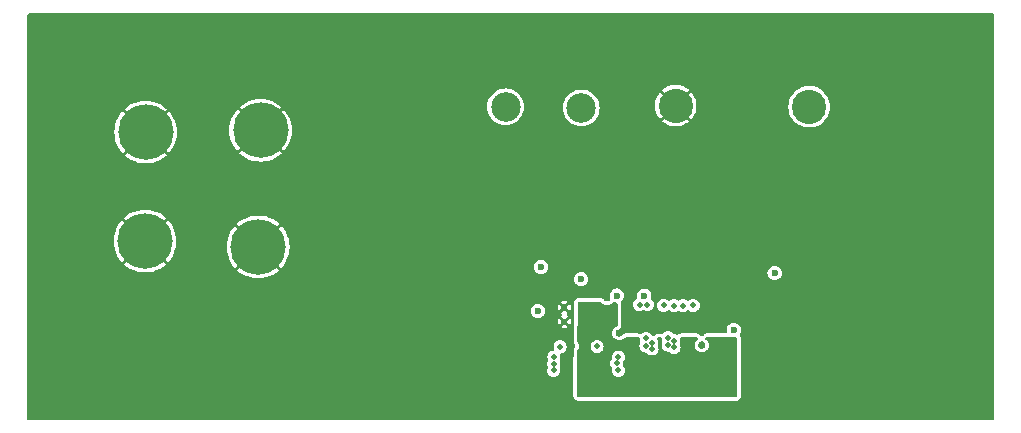
<source format=gbr>
%TF.GenerationSoftware,KiCad,Pcbnew,8.0.5*%
%TF.CreationDate,2024-10-10T12:36:06+02:00*%
%TF.ProjectId,MosTest_GanFet,4d6f7354-6573-4745-9f47-616e4665742e,rev?*%
%TF.SameCoordinates,Original*%
%TF.FileFunction,Copper,L2,Inr*%
%TF.FilePolarity,Positive*%
%FSLAX46Y46*%
G04 Gerber Fmt 4.6, Leading zero omitted, Abs format (unit mm)*
G04 Created by KiCad (PCBNEW 8.0.5) date 2024-10-10 12:36:06*
%MOMM*%
%LPD*%
G01*
G04 APERTURE LIST*
%TA.AperFunction,ComponentPad*%
%ADD10C,2.500000*%
%TD*%
%TA.AperFunction,ComponentPad*%
%ADD11C,2.900000*%
%TD*%
%TA.AperFunction,ComponentPad*%
%ADD12C,4.700000*%
%TD*%
%TA.AperFunction,ComponentPad*%
%ADD13C,0.500000*%
%TD*%
%TA.AperFunction,ViaPad*%
%ADD14C,0.600000*%
%TD*%
%TA.AperFunction,ViaPad*%
%ADD15C,0.500000*%
%TD*%
%TA.AperFunction,ViaPad*%
%ADD16C,1.000000*%
%TD*%
%TA.AperFunction,ViaPad*%
%ADD17C,2.000000*%
%TD*%
G04 APERTURE END LIST*
D10*
%TO.N,/EN1*%
%TO.C,EN1*%
X119000000Y-24400000D03*
%TD*%
D11*
%TO.N,GND*%
%TO.C,GND1*%
X133400000Y-24300000D03*
%TD*%
D12*
%TO.N,GND*%
%TO.C,H5*%
X88525000Y-26550000D03*
%TD*%
D11*
%TO.N,/VDD30*%
%TO.C,VDD30*%
X144700000Y-24400000D03*
%TD*%
D12*
%TO.N,GND*%
%TO.C,H6*%
X88470000Y-35780000D03*
%TD*%
%TO.N,GND*%
%TO.C,H8*%
X98250000Y-26400000D03*
%TD*%
D13*
%TO.N,GND*%
%TO.C,U1*%
X123962500Y-41400000D03*
X123962500Y-42600000D03*
%TO.N,/HS1*%
X125687500Y-41400000D03*
X125687500Y-42600000D03*
%TD*%
D12*
%TO.N,GND*%
%TO.C,H7*%
X98050000Y-36270000D03*
%TD*%
D10*
%TO.N,/VDD10*%
%TO.C,VDD10*%
X125400000Y-24500000D03*
%TD*%
D14*
%TO.N,GND*%
X140275000Y-37100000D03*
X132630000Y-36700000D03*
D15*
X121060000Y-45590000D03*
X121060000Y-46680000D03*
D14*
X120500000Y-40500000D03*
X126882804Y-38372438D03*
X143275000Y-37100000D03*
X130620000Y-38270000D03*
X123700000Y-38800000D03*
D15*
X121010000Y-47220000D03*
D16*
X146445000Y-32950000D03*
D14*
X132970000Y-38490000D03*
X117200000Y-42500000D03*
X139860000Y-41820000D03*
D15*
X121040000Y-46150000D03*
D16*
X147545000Y-34150000D03*
D14*
X123500000Y-35800000D03*
D15*
X121570000Y-47180000D03*
D14*
X120290000Y-39670000D03*
D15*
X122080000Y-47180000D03*
D16*
X145145000Y-34150000D03*
D14*
X127590000Y-40580000D03*
X117100000Y-44000000D03*
D16*
X150145000Y-34150000D03*
X152545000Y-34150000D03*
D14*
X120100000Y-42500000D03*
X135600000Y-44600000D03*
X124400000Y-38900000D03*
X124590000Y-44690000D03*
X134600000Y-36655000D03*
X130600000Y-36655000D03*
D16*
X151445000Y-32950000D03*
D14*
X128630000Y-43570000D03*
X136830000Y-41850000D03*
D15*
%TO.N,/Q2D*%
X123070000Y-46160000D03*
X123074000Y-46716000D03*
X123088000Y-45603000D03*
D14*
%TO.N,/BST1*%
X128410000Y-40390000D03*
X130745376Y-40400000D03*
%TO.N,/HS1*%
X125462500Y-44500000D03*
D17*
X137500000Y-45255000D03*
D15*
X127140000Y-46780000D03*
X127950000Y-47240000D03*
X127140000Y-46180000D03*
X125990000Y-45660000D03*
X127140000Y-45600000D03*
X125990000Y-46670000D03*
X125990000Y-46160000D03*
X126850000Y-47340000D03*
X127420000Y-47220000D03*
%TO.N,/VDD30*%
X130340000Y-41170000D03*
X131370000Y-44380000D03*
X133260000Y-41240000D03*
X128550000Y-46730000D03*
X133260000Y-44770000D03*
X133230000Y-44200000D03*
X128540000Y-45590000D03*
X132760000Y-44584000D03*
X132390000Y-41210000D03*
X134030000Y-41240000D03*
X131010000Y-41160000D03*
X134880000Y-41210000D03*
X131390000Y-44910000D03*
X128410000Y-46120000D03*
X130894000Y-44006000D03*
X132757000Y-43962000D03*
X130881000Y-44660000D03*
D14*
%TO.N,/VDD10*%
X121717477Y-41697053D03*
X125400000Y-39000000D03*
%TO.N,/PWM1*%
X122000000Y-37975000D03*
D15*
%TO.N,/LO1*%
X123614239Y-44730662D03*
D14*
%TO.N,/RL1*%
X141775000Y-38500000D03*
%TO.N,/Pre_Filter1*%
X138310000Y-43300000D03*
D15*
%TO.N,/HO1*%
X126750000Y-44700000D03*
%TD*%
%TA.AperFunction,Conductor*%
%TO.N,GND*%
G36*
X135684678Y-44261477D02*
G01*
X135699758Y-44278576D01*
X135717245Y-44302525D01*
X135717247Y-44302528D01*
X135777998Y-44364742D01*
X135777997Y-44364742D01*
X135797444Y-44379664D01*
X135820332Y-44402552D01*
X135847743Y-44438274D01*
X135863927Y-44466303D01*
X135881159Y-44507904D01*
X135889537Y-44539173D01*
X135895414Y-44583818D01*
X135895414Y-44616188D01*
X135889537Y-44660825D01*
X135881159Y-44692091D01*
X135863930Y-44733686D01*
X135847744Y-44761722D01*
X135820332Y-44797445D01*
X135797445Y-44820332D01*
X135761722Y-44847744D01*
X135733686Y-44863930D01*
X135692091Y-44881159D01*
X135660830Y-44889536D01*
X135631179Y-44893441D01*
X135631173Y-44893442D01*
X135616186Y-44895415D01*
X135583814Y-44895415D01*
X135539172Y-44889537D01*
X135507907Y-44881159D01*
X135466312Y-44863930D01*
X135438277Y-44847744D01*
X135402551Y-44820330D01*
X135379663Y-44797442D01*
X135352256Y-44761725D01*
X135336070Y-44733690D01*
X135318839Y-44692090D01*
X135310461Y-44660823D01*
X135304584Y-44616177D01*
X135304584Y-44583818D01*
X135310461Y-44539168D01*
X135318837Y-44507910D01*
X135336069Y-44466307D01*
X135352257Y-44438272D01*
X135364541Y-44422265D01*
X135364543Y-44422262D01*
X135379663Y-44402555D01*
X135402558Y-44379662D01*
X135421997Y-44364747D01*
X135445518Y-44344730D01*
X135463745Y-44327557D01*
X135467531Y-44323929D01*
X135498205Y-44280337D01*
X135552881Y-44236842D01*
X135622396Y-44229810D01*
X135684678Y-44261477D01*
G37*
%TD.AperFunction*%
%TA.AperFunction,Conductor*%
G36*
X160297539Y-16520185D02*
G01*
X160343294Y-16572989D01*
X160354500Y-16624500D01*
X160354500Y-50779500D01*
X160334815Y-50846539D01*
X160282011Y-50892294D01*
X160230500Y-50903500D01*
X78624500Y-50903500D01*
X78557461Y-50883815D01*
X78511706Y-50831011D01*
X78500500Y-50779500D01*
X78500500Y-46159999D01*
X122514750Y-46159999D01*
X122514750Y-46160000D01*
X122533669Y-46303706D01*
X122571639Y-46395375D01*
X122579107Y-46464845D01*
X122571639Y-46490278D01*
X122537670Y-46572289D01*
X122518750Y-46715999D01*
X122518750Y-46716000D01*
X122537670Y-46859708D01*
X122537671Y-46859712D01*
X122593137Y-46993622D01*
X122593138Y-46993624D01*
X122593139Y-46993625D01*
X122681379Y-47108621D01*
X122796375Y-47196861D01*
X122930291Y-47252330D01*
X123057280Y-47269048D01*
X123073999Y-47271250D01*
X123074000Y-47271250D01*
X123074001Y-47271250D01*
X123088977Y-47269278D01*
X123148824Y-47261399D01*
X124733838Y-47261399D01*
X124734640Y-48876214D01*
X124741638Y-48941078D01*
X124752844Y-48992527D01*
X124763342Y-49029109D01*
X124763787Y-49030661D01*
X124820463Y-49127567D01*
X124820465Y-49127571D01*
X124866221Y-49180376D01*
X124866231Y-49180387D01*
X124910947Y-49222548D01*
X124910949Y-49222549D01*
X124910953Y-49222553D01*
X125011029Y-49273439D01*
X125078068Y-49293124D01*
X125164140Y-49305500D01*
X125164143Y-49305500D01*
X138475990Y-49305500D01*
X138476000Y-49305500D01*
X138540941Y-49298518D01*
X138592452Y-49287312D01*
X138630658Y-49276354D01*
X138727571Y-49219675D01*
X138780375Y-49173920D01*
X138780382Y-49173912D01*
X138780387Y-49173908D01*
X138822548Y-49129192D01*
X138822553Y-49129187D01*
X138873439Y-49029111D01*
X138893124Y-48962072D01*
X138905500Y-48876000D01*
X138905500Y-44024000D01*
X138898518Y-43959059D01*
X138887312Y-43907548D01*
X138876354Y-43869342D01*
X138819675Y-43772429D01*
X138819665Y-43772418D01*
X138817572Y-43769495D01*
X138816998Y-43767852D01*
X138816781Y-43767481D01*
X138816853Y-43767438D01*
X138794529Y-43703534D01*
X138810805Y-43635587D01*
X138819989Y-43621797D01*
X138834536Y-43602841D01*
X138895044Y-43456762D01*
X138915682Y-43300000D01*
X138907084Y-43234695D01*
X138895171Y-43144203D01*
X138895044Y-43143238D01*
X138834536Y-42997159D01*
X138738282Y-42871718D01*
X138612841Y-42775464D01*
X138466762Y-42714956D01*
X138466760Y-42714955D01*
X138310001Y-42694318D01*
X138309999Y-42694318D01*
X138153239Y-42714955D01*
X138153237Y-42714956D01*
X138007160Y-42775463D01*
X137881718Y-42871718D01*
X137785463Y-42997160D01*
X137724956Y-43143237D01*
X137724955Y-43143239D01*
X137704318Y-43299998D01*
X137704318Y-43300001D01*
X137724634Y-43454315D01*
X137713868Y-43523350D01*
X137667489Y-43575606D01*
X137601695Y-43594500D01*
X136039431Y-43594500D01*
X136008615Y-43596061D01*
X136008611Y-43596061D01*
X135983702Y-43598589D01*
X135978497Y-43599162D01*
X135871343Y-43632673D01*
X135871336Y-43632676D01*
X135809626Y-43665424D01*
X135809615Y-43665430D01*
X135758491Y-43699566D01*
X135758486Y-43699570D01*
X135696039Y-43774238D01*
X135637931Y-43813034D01*
X135568072Y-43814256D01*
X135508642Y-43777515D01*
X135507207Y-43775888D01*
X135504213Y-43772433D01*
X135504211Y-43772429D01*
X135458456Y-43719625D01*
X135458452Y-43719621D01*
X135458444Y-43719612D01*
X135413728Y-43677451D01*
X135413725Y-43677449D01*
X135413723Y-43677447D01*
X135313647Y-43626561D01*
X135313646Y-43626560D01*
X135313645Y-43626560D01*
X135246614Y-43606877D01*
X135246608Y-43606876D01*
X135160536Y-43594500D01*
X133886052Y-43594500D01*
X133886049Y-43594500D01*
X133867897Y-43595040D01*
X133853186Y-43595915D01*
X133751092Y-43620035D01*
X133751086Y-43620037D01*
X133686864Y-43647534D01*
X133686859Y-43647537D01*
X133633064Y-43677299D01*
X133625867Y-43684577D01*
X133564729Y-43718400D01*
X133495011Y-43713800D01*
X133490251Y-43711942D01*
X133373712Y-43663671D01*
X133373710Y-43663670D01*
X133373709Y-43663670D01*
X133332526Y-43658248D01*
X133255844Y-43648152D01*
X133191947Y-43619885D01*
X133173654Y-43600699D01*
X133162515Y-43586183D01*
X133149621Y-43569379D01*
X133034625Y-43481139D01*
X133034624Y-43481138D01*
X133034622Y-43481137D01*
X132900712Y-43425671D01*
X132900710Y-43425670D01*
X132900709Y-43425670D01*
X132768599Y-43408277D01*
X132757001Y-43406750D01*
X132756999Y-43406750D01*
X132613291Y-43425670D01*
X132613287Y-43425671D01*
X132479377Y-43481137D01*
X132364375Y-43569382D01*
X132357068Y-43578905D01*
X132300638Y-43620106D01*
X132230892Y-43624258D01*
X132223760Y-43622392D01*
X132170923Y-43606877D01*
X132148680Y-43603678D01*
X132084843Y-43594500D01*
X131947020Y-43594500D01*
X131947017Y-43594500D01*
X131947005Y-43594501D01*
X131869706Y-43604445D01*
X131869701Y-43604446D01*
X131808993Y-43620327D01*
X131808976Y-43620332D01*
X131759585Y-43637903D01*
X131667725Y-43702447D01*
X131618910Y-43752439D01*
X131618906Y-43752443D01*
X131595960Y-43781247D01*
X131538792Y-43821416D01*
X131468981Y-43824301D01*
X131408694Y-43788986D01*
X131384413Y-43751435D01*
X131374862Y-43728378D01*
X131374861Y-43728375D01*
X131286621Y-43613379D01*
X131171625Y-43525139D01*
X131171624Y-43525138D01*
X131171622Y-43525137D01*
X131037712Y-43469671D01*
X131037710Y-43469670D01*
X131037709Y-43469670D01*
X130939650Y-43456760D01*
X130894001Y-43450750D01*
X130893999Y-43450750D01*
X130750291Y-43469670D01*
X130750287Y-43469671D01*
X130616376Y-43525138D01*
X130616374Y-43525139D01*
X130500363Y-43614158D01*
X130435194Y-43639352D01*
X130374933Y-43627542D01*
X130374484Y-43628675D01*
X130369160Y-43626560D01*
X130302128Y-43606877D01*
X130302122Y-43606876D01*
X130216050Y-43594500D01*
X129194846Y-43594500D01*
X129152527Y-43598160D01*
X129142379Y-43599038D01*
X129100463Y-43606344D01*
X129100448Y-43606347D01*
X129100444Y-43606348D01*
X129098043Y-43606877D01*
X129074033Y-43612166D01*
X128972745Y-43660581D01*
X128916319Y-43701782D01*
X128916314Y-43701786D01*
X128854101Y-43762536D01*
X128854098Y-43762540D01*
X128850340Y-43767438D01*
X128850328Y-43767453D01*
X128827445Y-43790333D01*
X128791724Y-43817743D01*
X128763688Y-43833930D01*
X128722092Y-43851159D01*
X128690827Y-43859536D01*
X128646180Y-43865414D01*
X128613810Y-43865414D01*
X128578639Y-43860784D01*
X128578635Y-43860782D01*
X128578627Y-43860783D01*
X128578619Y-43860782D01*
X128577816Y-43860676D01*
X128569162Y-43859536D01*
X128537907Y-43851159D01*
X128496312Y-43833930D01*
X128468276Y-43817744D01*
X128432553Y-43790332D01*
X128409667Y-43767446D01*
X128382255Y-43731724D01*
X128366069Y-43703689D01*
X128350221Y-43665427D01*
X128348838Y-43662088D01*
X128340461Y-43630823D01*
X128339351Y-43622392D01*
X128334584Y-43586178D01*
X128334584Y-43553818D01*
X128340461Y-43509168D01*
X128348838Y-43477908D01*
X128366069Y-43436307D01*
X128382253Y-43408277D01*
X128409666Y-43372552D01*
X128432550Y-43349667D01*
X128468280Y-43322251D01*
X128496303Y-43306072D01*
X128540365Y-43287822D01*
X128545444Y-43285664D01*
X128549501Y-43283897D01*
X128627571Y-43234691D01*
X128680375Y-43188936D01*
X128680382Y-43188928D01*
X128680387Y-43188924D01*
X128722548Y-43144208D01*
X128722553Y-43144203D01*
X128773439Y-43044127D01*
X128793124Y-42977088D01*
X128805500Y-42891016D01*
X128805500Y-41170000D01*
X129784750Y-41170000D01*
X129802353Y-41303709D01*
X129803670Y-41313708D01*
X129803671Y-41313712D01*
X129859137Y-41447622D01*
X129859138Y-41447624D01*
X129859139Y-41447625D01*
X129947379Y-41562621D01*
X130062375Y-41650861D01*
X130062376Y-41650861D01*
X130062377Y-41650862D01*
X130107013Y-41669350D01*
X130196291Y-41706330D01*
X130323280Y-41723048D01*
X130339999Y-41725250D01*
X130340000Y-41725250D01*
X130340001Y-41725250D01*
X130354977Y-41723278D01*
X130483709Y-41706330D01*
X130617625Y-41650861D01*
X130617632Y-41650855D01*
X130622677Y-41647943D01*
X130690576Y-41631464D01*
X130732139Y-41640763D01*
X130732374Y-41640860D01*
X130732375Y-41640861D01*
X130866291Y-41696330D01*
X130993280Y-41713048D01*
X131009999Y-41715250D01*
X131010000Y-41715250D01*
X131010001Y-41715250D01*
X131024977Y-41713278D01*
X131153709Y-41696330D01*
X131287625Y-41640861D01*
X131402621Y-41552621D01*
X131490861Y-41437625D01*
X131546330Y-41303709D01*
X131558667Y-41210000D01*
X131834750Y-41210000D01*
X131842487Y-41268771D01*
X131853670Y-41353708D01*
X131853671Y-41353712D01*
X131909137Y-41487622D01*
X131909138Y-41487624D01*
X131909139Y-41487625D01*
X131997379Y-41602621D01*
X132112375Y-41690861D01*
X132112376Y-41690861D01*
X132112377Y-41690862D01*
X132125728Y-41696392D01*
X132246291Y-41746330D01*
X132373280Y-41763048D01*
X132389999Y-41765250D01*
X132390000Y-41765250D01*
X132390001Y-41765250D01*
X132404977Y-41763278D01*
X132533709Y-41746330D01*
X132667625Y-41690861D01*
X132729964Y-41643025D01*
X132795133Y-41617831D01*
X132863578Y-41631869D01*
X132880937Y-41643025D01*
X132943277Y-41690860D01*
X132982375Y-41720861D01*
X133116291Y-41776330D01*
X133243280Y-41793048D01*
X133259999Y-41795250D01*
X133260000Y-41795250D01*
X133260001Y-41795250D01*
X133274977Y-41793278D01*
X133403709Y-41776330D01*
X133537625Y-41720861D01*
X133569514Y-41696391D01*
X133634681Y-41671197D01*
X133703126Y-41685235D01*
X133720481Y-41696387D01*
X133752375Y-41720861D01*
X133886291Y-41776330D01*
X134013280Y-41793048D01*
X134029999Y-41795250D01*
X134030000Y-41795250D01*
X134030001Y-41795250D01*
X134044977Y-41793278D01*
X134173709Y-41776330D01*
X134307625Y-41720861D01*
X134399061Y-41650698D01*
X134464230Y-41625504D01*
X134532675Y-41639542D01*
X134550027Y-41650693D01*
X134602375Y-41690861D01*
X134602376Y-41690861D01*
X134602377Y-41690862D01*
X134615728Y-41696392D01*
X134736291Y-41746330D01*
X134863280Y-41763048D01*
X134879999Y-41765250D01*
X134880000Y-41765250D01*
X134880001Y-41765250D01*
X134894977Y-41763278D01*
X135023709Y-41746330D01*
X135157625Y-41690861D01*
X135272621Y-41602621D01*
X135360861Y-41487625D01*
X135416330Y-41353709D01*
X135435250Y-41210000D01*
X135416330Y-41066291D01*
X135379350Y-40977013D01*
X135360862Y-40932377D01*
X135360861Y-40932376D01*
X135360861Y-40932375D01*
X135272621Y-40817379D01*
X135157625Y-40729139D01*
X135157624Y-40729138D01*
X135157622Y-40729137D01*
X135023712Y-40673671D01*
X135023710Y-40673670D01*
X135023709Y-40673670D01*
X134951854Y-40664210D01*
X134880001Y-40654750D01*
X134879999Y-40654750D01*
X134736291Y-40673670D01*
X134736287Y-40673671D01*
X134602376Y-40729138D01*
X134602374Y-40729139D01*
X134510937Y-40799301D01*
X134445768Y-40824495D01*
X134377323Y-40810456D01*
X134359969Y-40799304D01*
X134307625Y-40759139D01*
X134307624Y-40759138D01*
X134307622Y-40759137D01*
X134173712Y-40703671D01*
X134173710Y-40703670D01*
X134173709Y-40703670D01*
X134091441Y-40692839D01*
X134030001Y-40684750D01*
X134029999Y-40684750D01*
X133886291Y-40703670D01*
X133886287Y-40703671D01*
X133752376Y-40759138D01*
X133752374Y-40759139D01*
X133720486Y-40783608D01*
X133655317Y-40808802D01*
X133586872Y-40794763D01*
X133569514Y-40783608D01*
X133537625Y-40759139D01*
X133537623Y-40759138D01*
X133403712Y-40703671D01*
X133403710Y-40703670D01*
X133403709Y-40703670D01*
X133321441Y-40692839D01*
X133260001Y-40684750D01*
X133259999Y-40684750D01*
X133116291Y-40703670D01*
X133116287Y-40703671D01*
X132982376Y-40759138D01*
X132982374Y-40759139D01*
X132920034Y-40806974D01*
X132854864Y-40832168D01*
X132786420Y-40818129D01*
X132769062Y-40806974D01*
X132667625Y-40729139D01*
X132667623Y-40729138D01*
X132533712Y-40673671D01*
X132533710Y-40673670D01*
X132533709Y-40673670D01*
X132461854Y-40664210D01*
X132390001Y-40654750D01*
X132389999Y-40654750D01*
X132246291Y-40673670D01*
X132246287Y-40673671D01*
X132112377Y-40729137D01*
X131997379Y-40817379D01*
X131909137Y-40932377D01*
X131853671Y-41066287D01*
X131853670Y-41066291D01*
X131848211Y-41107759D01*
X131834750Y-41210000D01*
X131558667Y-41210000D01*
X131565250Y-41160000D01*
X131546330Y-41016291D01*
X131490861Y-40882375D01*
X131402621Y-40767379D01*
X131357117Y-40732462D01*
X131315917Y-40676037D01*
X131311762Y-40606291D01*
X131318046Y-40586634D01*
X131330420Y-40556762D01*
X131351058Y-40400000D01*
X131349741Y-40390000D01*
X131330420Y-40243239D01*
X131330420Y-40243238D01*
X131269912Y-40097159D01*
X131173658Y-39971718D01*
X131048217Y-39875464D01*
X131024072Y-39865463D01*
X130902138Y-39814956D01*
X130902136Y-39814955D01*
X130745377Y-39794318D01*
X130745375Y-39794318D01*
X130588615Y-39814955D01*
X130588613Y-39814956D01*
X130442536Y-39875463D01*
X130317094Y-39971718D01*
X130220839Y-40097160D01*
X130160332Y-40243237D01*
X130160331Y-40243239D01*
X130139694Y-40399998D01*
X130139694Y-40400001D01*
X130159373Y-40549482D01*
X130148607Y-40618517D01*
X130102227Y-40670773D01*
X130083889Y-40680227D01*
X130062377Y-40689137D01*
X129947379Y-40777379D01*
X129859137Y-40892377D01*
X129803671Y-41026287D01*
X129803670Y-41026291D01*
X129786067Y-41160000D01*
X129784750Y-41170000D01*
X128805500Y-41170000D01*
X128805500Y-41116275D01*
X128805182Y-41112009D01*
X128804075Y-41097150D01*
X128802127Y-41071000D01*
X128802123Y-41070972D01*
X128796682Y-41034662D01*
X128793116Y-41015191D01*
X128793115Y-41015190D01*
X128778624Y-40980754D01*
X128770764Y-40911328D01*
X128801687Y-40848674D01*
X128817427Y-40834284D01*
X128838282Y-40818282D01*
X128934536Y-40692841D01*
X128995044Y-40546762D01*
X129014365Y-40400001D01*
X129015682Y-40390001D01*
X129015682Y-40389998D01*
X128996361Y-40243239D01*
X128995044Y-40233238D01*
X128934536Y-40087159D01*
X128838282Y-39961718D01*
X128712841Y-39865464D01*
X128566762Y-39804956D01*
X128566760Y-39804955D01*
X128410001Y-39784318D01*
X128409999Y-39784318D01*
X128253239Y-39804955D01*
X128253237Y-39804956D01*
X128107160Y-39865463D01*
X127981718Y-39961718D01*
X127885463Y-40087160D01*
X127824956Y-40233237D01*
X127824955Y-40233239D01*
X127804318Y-40389998D01*
X127804318Y-40390001D01*
X127824955Y-40546760D01*
X127824957Y-40546765D01*
X127858235Y-40627106D01*
X127865704Y-40696575D01*
X127834429Y-40759054D01*
X127830307Y-40763275D01*
X127815661Y-40777577D01*
X127804514Y-40787236D01*
X127751723Y-40827744D01*
X127723688Y-40843930D01*
X127682092Y-40861159D01*
X127650827Y-40869536D01*
X127606182Y-40875414D01*
X127573810Y-40875414D01*
X127529173Y-40869537D01*
X127497906Y-40861159D01*
X127456309Y-40843929D01*
X127428276Y-40827744D01*
X127392554Y-40800334D01*
X127369663Y-40777443D01*
X127358229Y-40762541D01*
X127322694Y-40723683D01*
X127291357Y-40694854D01*
X127288964Y-40692841D01*
X127270668Y-40677447D01*
X127270664Y-40677445D01*
X127170590Y-40626560D01*
X127103559Y-40606877D01*
X127103553Y-40606876D01*
X127017481Y-40594500D01*
X125222823Y-40594500D01*
X125176499Y-40599368D01*
X125159300Y-40601176D01*
X125108884Y-40611892D01*
X125108859Y-40611898D01*
X125071989Y-40622188D01*
X124974545Y-40677938D01*
X124974542Y-40677940D01*
X124974539Y-40677942D01*
X124957010Y-40692841D01*
X124921294Y-40723198D01*
X124878699Y-40767519D01*
X124826860Y-40867107D01*
X124806538Y-40933952D01*
X124793342Y-41019903D01*
X124793342Y-41019905D01*
X124787042Y-41680530D01*
X124762249Y-44280002D01*
X124762443Y-44294183D01*
X124762867Y-44305662D01*
X124783212Y-44404543D01*
X124808405Y-44469711D01*
X124841575Y-44528778D01*
X124848016Y-44542038D01*
X124862783Y-44577687D01*
X124871162Y-44608956D01*
X124877456Y-44656763D01*
X124879559Y-44664610D01*
X124877382Y-44665193D01*
X124884096Y-44716208D01*
X124879537Y-44750827D01*
X124871159Y-44782090D01*
X124853702Y-44824235D01*
X124838923Y-44850400D01*
X124836408Y-44853807D01*
X124831118Y-44861258D01*
X124787927Y-44949257D01*
X124787926Y-44949259D01*
X124767608Y-45016090D01*
X124767606Y-45016100D01*
X124754410Y-45102049D01*
X124744731Y-46117076D01*
X124744731Y-46117084D01*
X124744703Y-46120002D01*
X124734327Y-47207946D01*
X124734327Y-47207948D01*
X124733859Y-47256922D01*
X124733848Y-47258372D01*
X124733849Y-47258373D01*
X124733848Y-47258530D01*
X124733842Y-47259775D01*
X124733838Y-47261399D01*
X123148824Y-47261399D01*
X123217709Y-47252330D01*
X123351625Y-47196861D01*
X123466621Y-47108621D01*
X123554861Y-46993625D01*
X123610330Y-46859709D01*
X123629250Y-46716000D01*
X123610330Y-46572291D01*
X123572359Y-46480621D01*
X123564891Y-46411153D01*
X123572356Y-46385729D01*
X123606330Y-46303709D01*
X123625250Y-46160000D01*
X123606330Y-46016291D01*
X123579152Y-45950678D01*
X123571684Y-45881212D01*
X123579150Y-45855783D01*
X123624330Y-45746709D01*
X123643250Y-45603000D01*
X123624330Y-45459291D01*
X123617547Y-45442915D01*
X123610078Y-45373446D01*
X123641353Y-45310967D01*
X123701442Y-45275315D01*
X123715913Y-45272526D01*
X123757948Y-45266992D01*
X123891864Y-45211523D01*
X124006860Y-45123283D01*
X124095100Y-45008287D01*
X124150569Y-44874371D01*
X124169489Y-44730662D01*
X124150569Y-44586953D01*
X124102007Y-44469713D01*
X124095101Y-44453039D01*
X124095100Y-44453038D01*
X124095100Y-44453037D01*
X124006860Y-44338041D01*
X123891864Y-44249801D01*
X123891863Y-44249800D01*
X123891861Y-44249799D01*
X123757951Y-44194333D01*
X123757949Y-44194332D01*
X123757948Y-44194332D01*
X123686093Y-44184872D01*
X123614240Y-44175412D01*
X123614238Y-44175412D01*
X123470530Y-44194332D01*
X123470526Y-44194333D01*
X123336616Y-44249799D01*
X123221618Y-44338041D01*
X123133376Y-44453039D01*
X123077910Y-44586949D01*
X123077909Y-44586953D01*
X123058989Y-44730662D01*
X123076534Y-44863930D01*
X123077909Y-44874370D01*
X123077910Y-44874374D01*
X123084692Y-44890748D01*
X123092159Y-44960217D01*
X123060883Y-45022696D01*
X123000793Y-45058347D01*
X122986317Y-45061137D01*
X122944291Y-45066670D01*
X122944287Y-45066671D01*
X122810377Y-45122137D01*
X122695379Y-45210379D01*
X122607137Y-45325377D01*
X122551671Y-45459287D01*
X122551670Y-45459291D01*
X122532750Y-45602999D01*
X122532750Y-45603000D01*
X122551669Y-45746707D01*
X122578847Y-45812321D01*
X122586314Y-45881790D01*
X122578846Y-45907224D01*
X122533671Y-46016287D01*
X122533670Y-46016291D01*
X122514750Y-46159999D01*
X78500500Y-46159999D01*
X78500500Y-43069014D01*
X123670260Y-43069014D01*
X123670260Y-43069015D01*
X123685131Y-43080426D01*
X123818917Y-43135841D01*
X123818921Y-43135842D01*
X123962499Y-43154746D01*
X123962501Y-43154746D01*
X124106078Y-43135842D01*
X124106079Y-43135842D01*
X124239874Y-43080422D01*
X124239880Y-43080419D01*
X124254738Y-43069017D01*
X124254738Y-43069015D01*
X123962501Y-42776777D01*
X123962500Y-42776777D01*
X123670260Y-43069014D01*
X78500500Y-43069014D01*
X78500500Y-42599999D01*
X123407754Y-42599999D01*
X123407754Y-42600000D01*
X123426657Y-42743578D01*
X123426658Y-42743582D01*
X123482075Y-42877373D01*
X123493482Y-42892238D01*
X123493483Y-42892238D01*
X123785723Y-42600000D01*
X123760859Y-42575136D01*
X123837500Y-42575136D01*
X123837500Y-42624864D01*
X123856530Y-42670807D01*
X123891693Y-42705970D01*
X123937636Y-42725000D01*
X123987364Y-42725000D01*
X124033307Y-42705970D01*
X124068470Y-42670807D01*
X124087500Y-42624864D01*
X124087500Y-42599999D01*
X124139277Y-42599999D01*
X124139277Y-42600000D01*
X124431515Y-42892238D01*
X124431517Y-42892238D01*
X124442919Y-42877380D01*
X124442922Y-42877374D01*
X124498342Y-42743579D01*
X124498342Y-42743578D01*
X124517246Y-42600000D01*
X124517246Y-42599999D01*
X124498342Y-42456421D01*
X124498341Y-42456417D01*
X124442926Y-42322631D01*
X124442926Y-42322630D01*
X124431515Y-42307760D01*
X124431514Y-42307760D01*
X124139277Y-42599999D01*
X124087500Y-42599999D01*
X124087500Y-42575136D01*
X124068470Y-42529193D01*
X124033307Y-42494030D01*
X123987364Y-42475000D01*
X123937636Y-42475000D01*
X123891693Y-42494030D01*
X123856530Y-42529193D01*
X123837500Y-42575136D01*
X123760859Y-42575136D01*
X123493482Y-42307759D01*
X123482080Y-42322621D01*
X123482075Y-42322629D01*
X123426657Y-42456420D01*
X123426657Y-42456421D01*
X123407754Y-42599999D01*
X78500500Y-42599999D01*
X78500500Y-41697051D01*
X121111795Y-41697051D01*
X121111795Y-41697054D01*
X121132432Y-41853813D01*
X121132433Y-41853815D01*
X121192941Y-41999894D01*
X121289195Y-42125335D01*
X121414636Y-42221589D01*
X121560715Y-42282097D01*
X121639096Y-42292416D01*
X121717476Y-42302735D01*
X121717477Y-42302735D01*
X121717478Y-42302735D01*
X121769731Y-42295855D01*
X121874239Y-42282097D01*
X122020318Y-42221589D01*
X122138400Y-42130982D01*
X123670259Y-42130982D01*
X123962500Y-42423223D01*
X123962501Y-42423223D01*
X124254738Y-42130983D01*
X124254738Y-42130982D01*
X124239873Y-42119575D01*
X124227762Y-42114559D01*
X124173360Y-42070717D01*
X124151296Y-42004423D01*
X124168576Y-41936724D01*
X124219714Y-41889114D01*
X124227769Y-41885436D01*
X124239876Y-41880421D01*
X124239880Y-41880419D01*
X124254738Y-41869017D01*
X124254738Y-41869015D01*
X123962501Y-41576777D01*
X123962500Y-41576777D01*
X123670260Y-41869014D01*
X123670260Y-41869015D01*
X123685128Y-41880424D01*
X123697233Y-41885438D01*
X123751637Y-41929279D01*
X123773702Y-41995573D01*
X123756423Y-42063272D01*
X123705287Y-42110883D01*
X123697237Y-42114560D01*
X123685129Y-42119575D01*
X123685121Y-42119580D01*
X123670259Y-42130982D01*
X122138400Y-42130982D01*
X122145759Y-42125335D01*
X122242013Y-41999894D01*
X122302521Y-41853815D01*
X122323159Y-41697053D01*
X122317056Y-41650699D01*
X122305461Y-41562620D01*
X122302521Y-41540291D01*
X122244410Y-41399999D01*
X123407754Y-41399999D01*
X123407754Y-41400000D01*
X123426657Y-41543578D01*
X123426658Y-41543582D01*
X123482075Y-41677373D01*
X123493482Y-41692238D01*
X123493483Y-41692238D01*
X123785723Y-41400000D01*
X123760859Y-41375136D01*
X123837500Y-41375136D01*
X123837500Y-41424864D01*
X123856530Y-41470807D01*
X123891693Y-41505970D01*
X123937636Y-41525000D01*
X123987364Y-41525000D01*
X124033307Y-41505970D01*
X124068470Y-41470807D01*
X124087500Y-41424864D01*
X124087500Y-41399999D01*
X124139277Y-41399999D01*
X124139277Y-41400000D01*
X124431515Y-41692238D01*
X124431517Y-41692238D01*
X124442919Y-41677380D01*
X124442922Y-41677374D01*
X124498342Y-41543579D01*
X124498342Y-41543578D01*
X124517246Y-41400000D01*
X124517246Y-41399999D01*
X124498342Y-41256421D01*
X124498341Y-41256417D01*
X124442926Y-41122631D01*
X124442926Y-41122630D01*
X124431515Y-41107760D01*
X124431514Y-41107760D01*
X124139277Y-41399999D01*
X124087500Y-41399999D01*
X124087500Y-41375136D01*
X124068470Y-41329193D01*
X124033307Y-41294030D01*
X123987364Y-41275000D01*
X123937636Y-41275000D01*
X123891693Y-41294030D01*
X123856530Y-41329193D01*
X123837500Y-41375136D01*
X123760859Y-41375136D01*
X123493482Y-41107759D01*
X123482080Y-41122621D01*
X123482075Y-41122629D01*
X123426657Y-41256420D01*
X123426657Y-41256421D01*
X123407754Y-41399999D01*
X122244410Y-41399999D01*
X122242013Y-41394212D01*
X122145759Y-41268771D01*
X122020318Y-41172517D01*
X122014241Y-41170000D01*
X121874239Y-41112009D01*
X121874237Y-41112008D01*
X121717478Y-41091371D01*
X121717476Y-41091371D01*
X121560716Y-41112008D01*
X121560714Y-41112009D01*
X121414637Y-41172516D01*
X121289195Y-41268771D01*
X121192940Y-41394213D01*
X121132433Y-41540290D01*
X121132432Y-41540292D01*
X121111795Y-41697051D01*
X78500500Y-41697051D01*
X78500500Y-40930982D01*
X123670259Y-40930982D01*
X123962500Y-41223223D01*
X123962501Y-41223223D01*
X124254738Y-40930983D01*
X124254738Y-40930982D01*
X124239872Y-40919575D01*
X124239873Y-40919575D01*
X124106082Y-40864158D01*
X124106078Y-40864157D01*
X123962501Y-40845254D01*
X123962499Y-40845254D01*
X123818921Y-40864157D01*
X123818920Y-40864157D01*
X123685129Y-40919575D01*
X123685121Y-40919580D01*
X123670259Y-40930982D01*
X78500500Y-40930982D01*
X78500500Y-38999998D01*
X124794318Y-38999998D01*
X124794318Y-39000001D01*
X124814955Y-39156760D01*
X124814956Y-39156762D01*
X124875464Y-39302841D01*
X124971718Y-39428282D01*
X125097159Y-39524536D01*
X125243238Y-39585044D01*
X125321619Y-39595363D01*
X125399999Y-39605682D01*
X125400000Y-39605682D01*
X125400001Y-39605682D01*
X125452254Y-39598802D01*
X125556762Y-39585044D01*
X125702841Y-39524536D01*
X125828282Y-39428282D01*
X125924536Y-39302841D01*
X125985044Y-39156762D01*
X126005682Y-39000000D01*
X125995787Y-38924843D01*
X125985044Y-38843239D01*
X125985044Y-38843238D01*
X125924536Y-38697159D01*
X125828282Y-38571718D01*
X125734814Y-38499998D01*
X141169318Y-38499998D01*
X141169318Y-38500001D01*
X141189955Y-38656760D01*
X141189956Y-38656762D01*
X141250464Y-38802841D01*
X141346718Y-38928282D01*
X141472159Y-39024536D01*
X141618238Y-39085044D01*
X141696619Y-39095363D01*
X141774999Y-39105682D01*
X141775000Y-39105682D01*
X141775001Y-39105682D01*
X141827254Y-39098802D01*
X141931762Y-39085044D01*
X142077841Y-39024536D01*
X142203282Y-38928282D01*
X142299536Y-38802841D01*
X142360044Y-38656762D01*
X142380682Y-38500000D01*
X142360044Y-38343238D01*
X142299536Y-38197159D01*
X142203282Y-38071718D01*
X142077841Y-37975464D01*
X142076723Y-37975001D01*
X141931762Y-37914956D01*
X141931760Y-37914955D01*
X141775001Y-37894318D01*
X141774999Y-37894318D01*
X141618239Y-37914955D01*
X141618237Y-37914956D01*
X141472160Y-37975463D01*
X141346718Y-38071718D01*
X141250463Y-38197160D01*
X141189956Y-38343237D01*
X141189955Y-38343239D01*
X141169318Y-38499998D01*
X125734814Y-38499998D01*
X125702841Y-38475464D01*
X125604773Y-38434843D01*
X125556762Y-38414956D01*
X125556760Y-38414955D01*
X125400001Y-38394318D01*
X125399999Y-38394318D01*
X125243239Y-38414955D01*
X125243237Y-38414956D01*
X125097160Y-38475463D01*
X124971718Y-38571718D01*
X124875463Y-38697160D01*
X124814956Y-38843237D01*
X124814955Y-38843239D01*
X124794318Y-38999998D01*
X78500500Y-38999998D01*
X78500500Y-35780000D01*
X85815156Y-35780000D01*
X85834512Y-36100000D01*
X85892303Y-36415354D01*
X85987671Y-36721402D01*
X85987675Y-36721413D01*
X86119250Y-37013763D01*
X86119251Y-37013765D01*
X86285105Y-37288122D01*
X86482820Y-37540485D01*
X86507778Y-37565443D01*
X86861331Y-37211890D01*
X87038108Y-37388667D01*
X86684555Y-37742220D01*
X86684555Y-37742222D01*
X86709509Y-37767176D01*
X86961877Y-37964894D01*
X87236234Y-38130748D01*
X87236236Y-38130749D01*
X87528586Y-38262324D01*
X87528597Y-38262328D01*
X87834645Y-38357696D01*
X88149999Y-38415487D01*
X88470000Y-38434843D01*
X88790000Y-38415487D01*
X89105354Y-38357696D01*
X89411402Y-38262328D01*
X89411413Y-38262324D01*
X89703763Y-38130749D01*
X89703765Y-38130748D01*
X89978122Y-37964894D01*
X90230481Y-37767183D01*
X90255443Y-37742220D01*
X89901891Y-37388668D01*
X90078668Y-37211891D01*
X90432220Y-37565443D01*
X90457183Y-37540481D01*
X90654894Y-37288122D01*
X90820748Y-37013765D01*
X90820749Y-37013763D01*
X90952324Y-36721413D01*
X90952328Y-36721402D01*
X91047696Y-36415354D01*
X91074333Y-36270000D01*
X95395156Y-36270000D01*
X95414512Y-36590000D01*
X95472303Y-36905354D01*
X95567671Y-37211402D01*
X95567675Y-37211413D01*
X95699250Y-37503763D01*
X95699251Y-37503765D01*
X95865105Y-37778122D01*
X96062820Y-38030485D01*
X96087778Y-38055443D01*
X96441331Y-37701890D01*
X96618108Y-37878667D01*
X96264555Y-38232220D01*
X96264555Y-38232222D01*
X96289509Y-38257176D01*
X96541877Y-38454894D01*
X96816234Y-38620748D01*
X96816236Y-38620749D01*
X97108586Y-38752324D01*
X97108597Y-38752328D01*
X97414645Y-38847696D01*
X97729999Y-38905487D01*
X98050000Y-38924843D01*
X98370000Y-38905487D01*
X98685354Y-38847696D01*
X98991402Y-38752328D01*
X98991413Y-38752324D01*
X99283763Y-38620749D01*
X99283765Y-38620748D01*
X99558122Y-38454894D01*
X99810481Y-38257183D01*
X99835443Y-38232220D01*
X99481891Y-37878668D01*
X99658668Y-37701891D01*
X100012220Y-38055443D01*
X100037183Y-38030481D01*
X100080651Y-37974998D01*
X121394318Y-37974998D01*
X121394318Y-37975001D01*
X121414955Y-38131760D01*
X121414956Y-38131762D01*
X121469036Y-38262324D01*
X121475464Y-38277841D01*
X121571718Y-38403282D01*
X121697159Y-38499536D01*
X121843238Y-38560044D01*
X121921619Y-38570363D01*
X121999999Y-38580682D01*
X122000000Y-38580682D01*
X122000001Y-38580682D01*
X122052254Y-38573802D01*
X122156762Y-38560044D01*
X122302841Y-38499536D01*
X122428282Y-38403282D01*
X122524536Y-38277841D01*
X122585044Y-38131762D01*
X122605682Y-37975000D01*
X122585044Y-37818238D01*
X122524536Y-37672159D01*
X122428282Y-37546718D01*
X122302841Y-37450464D01*
X122156762Y-37389956D01*
X122156760Y-37389955D01*
X122000001Y-37369318D01*
X121999999Y-37369318D01*
X121843239Y-37389955D01*
X121843237Y-37389956D01*
X121697160Y-37450463D01*
X121571718Y-37546718D01*
X121475463Y-37672160D01*
X121414956Y-37818237D01*
X121414955Y-37818239D01*
X121394318Y-37974998D01*
X100080651Y-37974998D01*
X100234894Y-37778122D01*
X100400748Y-37503765D01*
X100400749Y-37503763D01*
X100532324Y-37211413D01*
X100532328Y-37211402D01*
X100627696Y-36905354D01*
X100685487Y-36590000D01*
X100704843Y-36270000D01*
X100685487Y-35949999D01*
X100627696Y-35634645D01*
X100532328Y-35328597D01*
X100532324Y-35328586D01*
X100400749Y-35036236D01*
X100400748Y-35036234D01*
X100234894Y-34761877D01*
X100037179Y-34509514D01*
X100012221Y-34484555D01*
X100012220Y-34484555D01*
X99658667Y-34838108D01*
X99481891Y-34661332D01*
X99835444Y-34307779D01*
X99835444Y-34307777D01*
X99810490Y-34282823D01*
X99558122Y-34085105D01*
X99283765Y-33919251D01*
X99283763Y-33919250D01*
X98991413Y-33787675D01*
X98991402Y-33787671D01*
X98685354Y-33692303D01*
X98370000Y-33634512D01*
X98050000Y-33615156D01*
X97729999Y-33634512D01*
X97414645Y-33692303D01*
X97108597Y-33787671D01*
X97108586Y-33787675D01*
X96816236Y-33919250D01*
X96816234Y-33919251D01*
X96541877Y-34085105D01*
X96289514Y-34282820D01*
X96264555Y-34307779D01*
X96618108Y-34661332D01*
X96441332Y-34838108D01*
X96087779Y-34484555D01*
X96062820Y-34509514D01*
X95865105Y-34761877D01*
X95699251Y-35036234D01*
X95699250Y-35036236D01*
X95567675Y-35328586D01*
X95567671Y-35328597D01*
X95472303Y-35634645D01*
X95414512Y-35949999D01*
X95395156Y-36270000D01*
X91074333Y-36270000D01*
X91105487Y-36100000D01*
X91124843Y-35780000D01*
X91105487Y-35459999D01*
X91047696Y-35144645D01*
X90952328Y-34838597D01*
X90952324Y-34838586D01*
X90820749Y-34546236D01*
X90820748Y-34546234D01*
X90654894Y-34271877D01*
X90457179Y-34019514D01*
X90432221Y-33994555D01*
X90432220Y-33994555D01*
X90078667Y-34348108D01*
X89901891Y-34171332D01*
X90255444Y-33817779D01*
X90255444Y-33817777D01*
X90230490Y-33792823D01*
X89978122Y-33595105D01*
X89703765Y-33429251D01*
X89703763Y-33429250D01*
X89411413Y-33297675D01*
X89411402Y-33297671D01*
X89105354Y-33202303D01*
X88790000Y-33144512D01*
X88470000Y-33125156D01*
X88149999Y-33144512D01*
X87834645Y-33202303D01*
X87528597Y-33297671D01*
X87528586Y-33297675D01*
X87236236Y-33429250D01*
X87236234Y-33429251D01*
X86961877Y-33595105D01*
X86709514Y-33792820D01*
X86684555Y-33817779D01*
X87038108Y-34171332D01*
X86861332Y-34348108D01*
X86507779Y-33994555D01*
X86482820Y-34019514D01*
X86285105Y-34271877D01*
X86119251Y-34546234D01*
X86119250Y-34546236D01*
X85987675Y-34838586D01*
X85987671Y-34838597D01*
X85892303Y-35144645D01*
X85834512Y-35459999D01*
X85815156Y-35780000D01*
X78500500Y-35780000D01*
X78500500Y-26550000D01*
X85870156Y-26550000D01*
X85889512Y-26870000D01*
X85947303Y-27185354D01*
X86042671Y-27491402D01*
X86042675Y-27491413D01*
X86174250Y-27783763D01*
X86174251Y-27783765D01*
X86340105Y-28058122D01*
X86537820Y-28310485D01*
X86562778Y-28335443D01*
X86916331Y-27981890D01*
X87093108Y-28158667D01*
X86739555Y-28512220D01*
X86764514Y-28537179D01*
X87016877Y-28734894D01*
X87291234Y-28900748D01*
X87291236Y-28900749D01*
X87583586Y-29032324D01*
X87583597Y-29032328D01*
X87889645Y-29127696D01*
X88204999Y-29185487D01*
X88525000Y-29204843D01*
X88845000Y-29185487D01*
X89160354Y-29127696D01*
X89466402Y-29032328D01*
X89466413Y-29032324D01*
X89758763Y-28900749D01*
X89758765Y-28900748D01*
X90033122Y-28734894D01*
X90285481Y-28537183D01*
X90310443Y-28512220D01*
X89956891Y-28158668D01*
X90133668Y-27981891D01*
X90487220Y-28335443D01*
X90512183Y-28310481D01*
X90709894Y-28058122D01*
X90875748Y-27783765D01*
X90875749Y-27783763D01*
X91007324Y-27491413D01*
X91007328Y-27491402D01*
X91102696Y-27185354D01*
X91160487Y-26870000D01*
X91179843Y-26550000D01*
X91170770Y-26400000D01*
X95595156Y-26400000D01*
X95614512Y-26720000D01*
X95672303Y-27035354D01*
X95767671Y-27341402D01*
X95767675Y-27341413D01*
X95899250Y-27633763D01*
X95899251Y-27633765D01*
X96065105Y-27908122D01*
X96262820Y-28160485D01*
X96287778Y-28185443D01*
X96641331Y-27831890D01*
X96818108Y-28008667D01*
X96464555Y-28362220D01*
X96464555Y-28362222D01*
X96489509Y-28387176D01*
X96741877Y-28584894D01*
X97016234Y-28750748D01*
X97016236Y-28750749D01*
X97308586Y-28882324D01*
X97308597Y-28882328D01*
X97614645Y-28977696D01*
X97929999Y-29035487D01*
X98250000Y-29054843D01*
X98570000Y-29035487D01*
X98885354Y-28977696D01*
X99191402Y-28882328D01*
X99191413Y-28882324D01*
X99483763Y-28750749D01*
X99483765Y-28750748D01*
X99758122Y-28584894D01*
X100010481Y-28387183D01*
X100035443Y-28362220D01*
X99681891Y-28008668D01*
X99858668Y-27831891D01*
X100212220Y-28185443D01*
X100237183Y-28160481D01*
X100434894Y-27908122D01*
X100600748Y-27633765D01*
X100600749Y-27633763D01*
X100732324Y-27341413D01*
X100732328Y-27341402D01*
X100827696Y-27035354D01*
X100885487Y-26720000D01*
X100904843Y-26400000D01*
X100885487Y-26079999D01*
X100827696Y-25764645D01*
X100732328Y-25458597D01*
X100732324Y-25458586D01*
X100600749Y-25166236D01*
X100600748Y-25166234D01*
X100434894Y-24891877D01*
X100237179Y-24639514D01*
X100212221Y-24614555D01*
X100212220Y-24614555D01*
X99858667Y-24968108D01*
X99681890Y-24791331D01*
X100035444Y-24437778D01*
X100010485Y-24412820D01*
X99994122Y-24400000D01*
X117444706Y-24400000D01*
X117463853Y-24643297D01*
X117463853Y-24643300D01*
X117463854Y-24643302D01*
X117487862Y-24743302D01*
X117520830Y-24880619D01*
X117614222Y-25106089D01*
X117741737Y-25314173D01*
X117741738Y-25314176D01*
X117774864Y-25352961D01*
X117900241Y-25499759D01*
X118017325Y-25599758D01*
X118085823Y-25658261D01*
X118085826Y-25658262D01*
X118293910Y-25785777D01*
X118519381Y-25879169D01*
X118519378Y-25879169D01*
X118519384Y-25879170D01*
X118519388Y-25879172D01*
X118756698Y-25936146D01*
X119000000Y-25955294D01*
X119243302Y-25936146D01*
X119480612Y-25879172D01*
X119706089Y-25785777D01*
X119914179Y-25658259D01*
X120099759Y-25499759D01*
X120258259Y-25314179D01*
X120385777Y-25106089D01*
X120479172Y-24880612D01*
X120536146Y-24643302D01*
X120547424Y-24500000D01*
X123844706Y-24500000D01*
X123863853Y-24743297D01*
X123863853Y-24743300D01*
X123863854Y-24743302D01*
X123914713Y-24955143D01*
X123920830Y-24980619D01*
X124014222Y-25206089D01*
X124141737Y-25414173D01*
X124141738Y-25414176D01*
X124169806Y-25447039D01*
X124300241Y-25599759D01*
X124443897Y-25722453D01*
X124485823Y-25758261D01*
X124485826Y-25758262D01*
X124693910Y-25885777D01*
X124919381Y-25979169D01*
X124919378Y-25979169D01*
X124919384Y-25979170D01*
X124919388Y-25979172D01*
X125156698Y-26036146D01*
X125400000Y-26055294D01*
X125643302Y-26036146D01*
X125880612Y-25979172D01*
X126106089Y-25885777D01*
X126314179Y-25758259D01*
X126499759Y-25599759D01*
X126658259Y-25414179D01*
X126785777Y-25206089D01*
X126879172Y-24980612D01*
X126936146Y-24743302D01*
X126955294Y-24500000D01*
X126939553Y-24299995D01*
X131645093Y-24299995D01*
X131645093Y-24300004D01*
X131664692Y-24561545D01*
X131664693Y-24561550D01*
X131723058Y-24817270D01*
X131818883Y-25061426D01*
X131818882Y-25061426D01*
X131950030Y-25288577D01*
X132076302Y-25446919D01*
X132076303Y-25446919D01*
X132430709Y-25092512D01*
X132446554Y-25114320D01*
X132585680Y-25253446D01*
X132607486Y-25269289D01*
X132253392Y-25623383D01*
X132305835Y-25672043D01*
X132522546Y-25819793D01*
X132522550Y-25819795D01*
X132758854Y-25933594D01*
X132758858Y-25933595D01*
X133009494Y-26010907D01*
X133009500Y-26010909D01*
X133268848Y-26049999D01*
X133268857Y-26050000D01*
X133531143Y-26050000D01*
X133531151Y-26049999D01*
X133790499Y-26010909D01*
X133790505Y-26010907D01*
X134041143Y-25933595D01*
X134277445Y-25819798D01*
X134277454Y-25819793D01*
X134494168Y-25672041D01*
X134546607Y-25623384D01*
X134192512Y-25269289D01*
X134214320Y-25253446D01*
X134353446Y-25114320D01*
X134369289Y-25092512D01*
X134723696Y-25446919D01*
X134849971Y-25288573D01*
X134981116Y-25061426D01*
X135076941Y-24817270D01*
X135135306Y-24561550D01*
X135135307Y-24561545D01*
X135147414Y-24399995D01*
X142944592Y-24399995D01*
X142944592Y-24400004D01*
X142964196Y-24661620D01*
X142964197Y-24661625D01*
X143022576Y-24917402D01*
X143022578Y-24917411D01*
X143022580Y-24917416D01*
X143118432Y-25161643D01*
X143249614Y-25388857D01*
X143353576Y-25519221D01*
X143413198Y-25593985D01*
X143590245Y-25758259D01*
X143605521Y-25772433D01*
X143822296Y-25920228D01*
X143822301Y-25920230D01*
X143822302Y-25920231D01*
X143822303Y-25920232D01*
X143895109Y-25955293D01*
X144058673Y-26034061D01*
X144058674Y-26034061D01*
X144058677Y-26034063D01*
X144309385Y-26111396D01*
X144568818Y-26150500D01*
X144831182Y-26150500D01*
X145090615Y-26111396D01*
X145341323Y-26034063D01*
X145577704Y-25920228D01*
X145794479Y-25772433D01*
X145980579Y-25599758D01*
X145986801Y-25593985D01*
X145986801Y-25593983D01*
X145986805Y-25593981D01*
X146150386Y-25388857D01*
X146281568Y-25161643D01*
X146377420Y-24917416D01*
X146435802Y-24661630D01*
X146435803Y-24661620D01*
X146455408Y-24400004D01*
X146455408Y-24399995D01*
X146435803Y-24138379D01*
X146435802Y-24138374D01*
X146435802Y-24138370D01*
X146377420Y-23882584D01*
X146281568Y-23638357D01*
X146150386Y-23411143D01*
X145986805Y-23206019D01*
X145986804Y-23206018D01*
X145986801Y-23206014D01*
X145794479Y-23027567D01*
X145774907Y-23014223D01*
X145577704Y-22879772D01*
X145577700Y-22879770D01*
X145577697Y-22879768D01*
X145577696Y-22879767D01*
X145341325Y-22765938D01*
X145341327Y-22765938D01*
X145090623Y-22688606D01*
X145090619Y-22688605D01*
X145090615Y-22688604D01*
X144965823Y-22669794D01*
X144831187Y-22649500D01*
X144831182Y-22649500D01*
X144568818Y-22649500D01*
X144568812Y-22649500D01*
X144407247Y-22673853D01*
X144309385Y-22688604D01*
X144309382Y-22688605D01*
X144309376Y-22688606D01*
X144058673Y-22765938D01*
X143822303Y-22879767D01*
X143822302Y-22879768D01*
X143605520Y-23027567D01*
X143413198Y-23206014D01*
X143249614Y-23411143D01*
X143118432Y-23638356D01*
X143022582Y-23882578D01*
X143022576Y-23882597D01*
X142964197Y-24138374D01*
X142964196Y-24138379D01*
X142944592Y-24399995D01*
X135147414Y-24399995D01*
X135154907Y-24300004D01*
X135154907Y-24299995D01*
X135135307Y-24038454D01*
X135135306Y-24038449D01*
X135076941Y-23782729D01*
X134981116Y-23538573D01*
X134981117Y-23538573D01*
X134849969Y-23311422D01*
X134723696Y-23153079D01*
X134369289Y-23507486D01*
X134353446Y-23485680D01*
X134214320Y-23346554D01*
X134192512Y-23330709D01*
X134546607Y-22976615D01*
X134494164Y-22927956D01*
X134277454Y-22780206D01*
X134277445Y-22780201D01*
X134041142Y-22666404D01*
X134041144Y-22666404D01*
X133790505Y-22589092D01*
X133790499Y-22589090D01*
X133531151Y-22550000D01*
X133268848Y-22550000D01*
X133009500Y-22589090D01*
X133009494Y-22589092D01*
X132758858Y-22666404D01*
X132758854Y-22666405D01*
X132522550Y-22780204D01*
X132522546Y-22780206D01*
X132305835Y-22927956D01*
X132253391Y-22976615D01*
X132607486Y-23330710D01*
X132585680Y-23346554D01*
X132446554Y-23485680D01*
X132430710Y-23507487D01*
X132076302Y-23153079D01*
X131950027Y-23311426D01*
X131818883Y-23538573D01*
X131723058Y-23782729D01*
X131664693Y-24038449D01*
X131664692Y-24038454D01*
X131645093Y-24299995D01*
X126939553Y-24299995D01*
X126936146Y-24256698D01*
X126879172Y-24019388D01*
X126879169Y-24019380D01*
X126785777Y-23793910D01*
X126658262Y-23585826D01*
X126658261Y-23585823D01*
X126572855Y-23485826D01*
X126499759Y-23400241D01*
X126377063Y-23295449D01*
X126314176Y-23241738D01*
X126314173Y-23241737D01*
X126106089Y-23114222D01*
X125880618Y-23020830D01*
X125880621Y-23020830D01*
X125774992Y-22995470D01*
X125643302Y-22963854D01*
X125643300Y-22963853D01*
X125643297Y-22963853D01*
X125400000Y-22944706D01*
X125156702Y-22963853D01*
X125156698Y-22963854D01*
X124946900Y-23014223D01*
X124919380Y-23020830D01*
X124693910Y-23114222D01*
X124485826Y-23241737D01*
X124485823Y-23241738D01*
X124300241Y-23400241D01*
X124141738Y-23585823D01*
X124141737Y-23585826D01*
X124014222Y-23793910D01*
X123920830Y-24019380D01*
X123920828Y-24019387D01*
X123920828Y-24019388D01*
X123892262Y-24138374D01*
X123863853Y-24256702D01*
X123844706Y-24500000D01*
X120547424Y-24500000D01*
X120555294Y-24400000D01*
X120536146Y-24156698D01*
X120479172Y-23919388D01*
X120479169Y-23919380D01*
X120385777Y-23693910D01*
X120258262Y-23485826D01*
X120258261Y-23485823D01*
X120185167Y-23400241D01*
X120099759Y-23300241D01*
X119977063Y-23195449D01*
X119914176Y-23141738D01*
X119914173Y-23141737D01*
X119706089Y-23014222D01*
X119480618Y-22920830D01*
X119480621Y-22920830D01*
X119309604Y-22879772D01*
X119243302Y-22863854D01*
X119243300Y-22863853D01*
X119243297Y-22863853D01*
X119000000Y-22844706D01*
X118756702Y-22863853D01*
X118519380Y-22920830D01*
X118293910Y-23014222D01*
X118085826Y-23141737D01*
X118085823Y-23141738D01*
X117900241Y-23300241D01*
X117741738Y-23485823D01*
X117741737Y-23485826D01*
X117614222Y-23693910D01*
X117520830Y-23919380D01*
X117463853Y-24156702D01*
X117444706Y-24400000D01*
X99994122Y-24400000D01*
X99758122Y-24215105D01*
X99483765Y-24049251D01*
X99483763Y-24049250D01*
X99191413Y-23917675D01*
X99191402Y-23917671D01*
X98885354Y-23822303D01*
X98570000Y-23764512D01*
X98250000Y-23745156D01*
X97929999Y-23764512D01*
X97614645Y-23822303D01*
X97308597Y-23917671D01*
X97308586Y-23917675D01*
X97016236Y-24049250D01*
X97016234Y-24049251D01*
X96741877Y-24215105D01*
X96489514Y-24412820D01*
X96464555Y-24437779D01*
X96818108Y-24791332D01*
X96641332Y-24968108D01*
X96287779Y-24614555D01*
X96262820Y-24639514D01*
X96065105Y-24891877D01*
X95899251Y-25166234D01*
X95899250Y-25166236D01*
X95767675Y-25458586D01*
X95767671Y-25458597D01*
X95672303Y-25764645D01*
X95614512Y-26079999D01*
X95595156Y-26400000D01*
X91170770Y-26400000D01*
X91160487Y-26229999D01*
X91102696Y-25914645D01*
X91007328Y-25608597D01*
X91007324Y-25608586D01*
X90875749Y-25316236D01*
X90875748Y-25316234D01*
X90709894Y-25041877D01*
X90512179Y-24789514D01*
X90487221Y-24764555D01*
X90487220Y-24764555D01*
X90133667Y-25118108D01*
X89956891Y-24941332D01*
X90310444Y-24587779D01*
X90310444Y-24587777D01*
X90285490Y-24562823D01*
X90033122Y-24365105D01*
X89758765Y-24199251D01*
X89758763Y-24199250D01*
X89466413Y-24067675D01*
X89466402Y-24067671D01*
X89160354Y-23972303D01*
X88845000Y-23914512D01*
X88525000Y-23895156D01*
X88204999Y-23914512D01*
X87889645Y-23972303D01*
X87583597Y-24067671D01*
X87583586Y-24067675D01*
X87291236Y-24199250D01*
X87291234Y-24199251D01*
X87016877Y-24365105D01*
X86764514Y-24562820D01*
X86739555Y-24587779D01*
X87093108Y-24941332D01*
X86916332Y-25118108D01*
X86562779Y-24764555D01*
X86537820Y-24789514D01*
X86340105Y-25041877D01*
X86174251Y-25316234D01*
X86174250Y-25316236D01*
X86042675Y-25608586D01*
X86042671Y-25608597D01*
X85947303Y-25914645D01*
X85889512Y-26229999D01*
X85870156Y-26550000D01*
X78500500Y-26550000D01*
X78500500Y-16624500D01*
X78520185Y-16557461D01*
X78572989Y-16511706D01*
X78624500Y-16500500D01*
X160230500Y-16500500D01*
X160297539Y-16520185D01*
G37*
%TD.AperFunction*%
%TD*%
%TA.AperFunction,Conductor*%
%TO.N,/HS1*%
G36*
X127084520Y-40919685D02*
G01*
X127115857Y-40948514D01*
X127161715Y-41008279D01*
X127161718Y-41008282D01*
X127287159Y-41104536D01*
X127433238Y-41165044D01*
X127470883Y-41170000D01*
X127589999Y-41185682D01*
X127590000Y-41185682D01*
X127590001Y-41185682D01*
X127642254Y-41178802D01*
X127746762Y-41165044D01*
X127892841Y-41104536D01*
X128018282Y-41008282D01*
X128036378Y-40984698D01*
X128092804Y-40943495D01*
X128162550Y-40939338D01*
X128182204Y-40945620D01*
X128253238Y-40975044D01*
X128392187Y-40993336D01*
X128456081Y-41021602D01*
X128494553Y-41079926D01*
X128500000Y-41116275D01*
X128500000Y-42891016D01*
X128480315Y-42958055D01*
X128427511Y-43003810D01*
X128423454Y-43005577D01*
X128327159Y-43045464D01*
X128201718Y-43141718D01*
X128105463Y-43267160D01*
X128044956Y-43413237D01*
X128044955Y-43413239D01*
X128024318Y-43569998D01*
X128024318Y-43570001D01*
X128044955Y-43726760D01*
X128044956Y-43726762D01*
X128105464Y-43872841D01*
X128201718Y-43998282D01*
X128327159Y-44094536D01*
X128473238Y-44155044D01*
X128538759Y-44163670D01*
X128629999Y-44175682D01*
X128630000Y-44175682D01*
X128630001Y-44175682D01*
X128682254Y-44168802D01*
X128786762Y-44155044D01*
X128932841Y-44094536D01*
X129058282Y-43998282D01*
X129096470Y-43948513D01*
X129152898Y-43907311D01*
X129194846Y-43900000D01*
X130216050Y-43900000D01*
X130283089Y-43919685D01*
X130328844Y-43972489D01*
X130338988Y-44007812D01*
X130357670Y-44149709D01*
X130368428Y-44175682D01*
X130408124Y-44271519D01*
X130415592Y-44340988D01*
X130403194Y-44374843D01*
X130403249Y-44374866D01*
X130402707Y-44376173D01*
X130400955Y-44380959D01*
X130400141Y-44382368D01*
X130344671Y-44516287D01*
X130344670Y-44516291D01*
X130325750Y-44659999D01*
X130325750Y-44660000D01*
X130344670Y-44803708D01*
X130344671Y-44803712D01*
X130400137Y-44937622D01*
X130400138Y-44937624D01*
X130400139Y-44937625D01*
X130488379Y-45052621D01*
X130603375Y-45140861D01*
X130737291Y-45196330D01*
X130881000Y-45215250D01*
X130881000Y-45215249D01*
X130884958Y-45215771D01*
X130948854Y-45244038D01*
X130967145Y-45263220D01*
X130997379Y-45302621D01*
X131112375Y-45390861D01*
X131246291Y-45446330D01*
X131373280Y-45463048D01*
X131389999Y-45465250D01*
X131390000Y-45465250D01*
X131390001Y-45465250D01*
X131404977Y-45463278D01*
X131533709Y-45446330D01*
X131667625Y-45390861D01*
X131782621Y-45302621D01*
X131870861Y-45187625D01*
X131926330Y-45053709D01*
X131945250Y-44910000D01*
X131944307Y-44902841D01*
X131938881Y-44861622D01*
X131926330Y-44766291D01*
X131885745Y-44668308D01*
X131878276Y-44598839D01*
X131885741Y-44573413D01*
X131906330Y-44523709D01*
X131925250Y-44380000D01*
X131906330Y-44236291D01*
X131852241Y-44105707D01*
X131850862Y-44102377D01*
X131850861Y-44102376D01*
X131850861Y-44102375D01*
X131848644Y-44099486D01*
X131847531Y-44096608D01*
X131846797Y-44095336D01*
X131846995Y-44095221D01*
X131823450Y-44034319D01*
X131837487Y-43965874D01*
X131886301Y-43915884D01*
X131947020Y-43900000D01*
X132084843Y-43900000D01*
X132151882Y-43919685D01*
X132197637Y-43972489D01*
X132207782Y-44007815D01*
X132220669Y-44105707D01*
X132220671Y-44105712D01*
X132271808Y-44229169D01*
X132279277Y-44298638D01*
X132271808Y-44324073D01*
X132223671Y-44440287D01*
X132223670Y-44440291D01*
X132208399Y-44556287D01*
X132204750Y-44584000D01*
X132218705Y-44690000D01*
X132223670Y-44727708D01*
X132223671Y-44727712D01*
X132279137Y-44861622D01*
X132279138Y-44861624D01*
X132279139Y-44861625D01*
X132367379Y-44976621D01*
X132482375Y-45064861D01*
X132616291Y-45120330D01*
X132760000Y-45139250D01*
X132774731Y-45137310D01*
X132843765Y-45148074D01*
X132866405Y-45161873D01*
X132867377Y-45162619D01*
X132867379Y-45162621D01*
X132982375Y-45250861D01*
X133116291Y-45306330D01*
X133243280Y-45323048D01*
X133259999Y-45325250D01*
X133260000Y-45325250D01*
X133260001Y-45325250D01*
X133274977Y-45323278D01*
X133403709Y-45306330D01*
X133537625Y-45250861D01*
X133652621Y-45162621D01*
X133740861Y-45047625D01*
X133796330Y-44913709D01*
X133815250Y-44770000D01*
X133796330Y-44626291D01*
X133768907Y-44560085D01*
X133742461Y-44496237D01*
X133734992Y-44426768D01*
X133742458Y-44401339D01*
X133766330Y-44343709D01*
X133785250Y-44200000D01*
X133766330Y-44056291D01*
X133766328Y-44056287D01*
X133766328Y-44056284D01*
X133766276Y-44056087D01*
X133766280Y-44055913D01*
X133765269Y-44048234D01*
X133766467Y-44048076D01*
X133767942Y-43986237D01*
X133807107Y-43928377D01*
X133871337Y-43900876D01*
X133886052Y-43900000D01*
X135160536Y-43900000D01*
X135227575Y-43919685D01*
X135273330Y-43972489D01*
X135283274Y-44041647D01*
X135254249Y-44105203D01*
X135236022Y-44122376D01*
X135171720Y-44171716D01*
X135171719Y-44171717D01*
X135171718Y-44171718D01*
X135122173Y-44236287D01*
X135075463Y-44297160D01*
X135014956Y-44443237D01*
X135014955Y-44443239D01*
X134994318Y-44599998D01*
X134994318Y-44600001D01*
X135014955Y-44756760D01*
X135014956Y-44756762D01*
X135058390Y-44861622D01*
X135075464Y-44902841D01*
X135171718Y-45028282D01*
X135297159Y-45124536D01*
X135443238Y-45185044D01*
X135462843Y-45187625D01*
X135599999Y-45205682D01*
X135600000Y-45205682D01*
X135600001Y-45205682D01*
X135671051Y-45196328D01*
X135756762Y-45185044D01*
X135902841Y-45124536D01*
X136028282Y-45028282D01*
X136124536Y-44902841D01*
X136185044Y-44756762D01*
X136205682Y-44600000D01*
X136203575Y-44583999D01*
X136185044Y-44443239D01*
X136185044Y-44443238D01*
X136124536Y-44297159D01*
X136028282Y-44171718D01*
X135963977Y-44122375D01*
X135922775Y-44065948D01*
X135918620Y-43996202D01*
X135952832Y-43935282D01*
X136014550Y-43902529D01*
X136039464Y-43900000D01*
X138258715Y-43900000D01*
X138274898Y-43901060D01*
X138310000Y-43905682D01*
X138345101Y-43901060D01*
X138361285Y-43900000D01*
X138476000Y-43900000D01*
X138543039Y-43919685D01*
X138588794Y-43972489D01*
X138600000Y-44024000D01*
X138600000Y-48876000D01*
X138580315Y-48943039D01*
X138527511Y-48988794D01*
X138476000Y-49000000D01*
X129600000Y-49000000D01*
X125164140Y-49000000D01*
X125097101Y-48980315D01*
X125051346Y-48927511D01*
X125040140Y-48876062D01*
X125039338Y-47261247D01*
X125039344Y-47260002D01*
X125039813Y-47210862D01*
X125050217Y-46119999D01*
X127854750Y-46119999D01*
X127854750Y-46120000D01*
X127873670Y-46263708D01*
X127873671Y-46263712D01*
X127929137Y-46397622D01*
X127929138Y-46397624D01*
X127929139Y-46397625D01*
X127992035Y-46479593D01*
X128017229Y-46544760D01*
X128014240Y-46578169D01*
X128014731Y-46578234D01*
X127994750Y-46729999D01*
X127994750Y-46730000D01*
X128013670Y-46873708D01*
X128013671Y-46873712D01*
X128069137Y-47007622D01*
X128069138Y-47007624D01*
X128069139Y-47007625D01*
X128157379Y-47122621D01*
X128272375Y-47210861D01*
X128406291Y-47266330D01*
X128533280Y-47283048D01*
X128549999Y-47285250D01*
X128550000Y-47285250D01*
X128550001Y-47285250D01*
X128564977Y-47283278D01*
X128693709Y-47266330D01*
X128827625Y-47210861D01*
X128942621Y-47122621D01*
X129030861Y-47007625D01*
X129086330Y-46873709D01*
X129105250Y-46730000D01*
X129086330Y-46586291D01*
X129030861Y-46452375D01*
X129030860Y-46452374D01*
X129030860Y-46452373D01*
X128967965Y-46370408D01*
X128942770Y-46305239D01*
X128945761Y-46271830D01*
X128945269Y-46271766D01*
X128965250Y-46120000D01*
X128965250Y-46119999D01*
X128951738Y-46017367D01*
X128962503Y-45948331D01*
X128976298Y-45925699D01*
X129020861Y-45867625D01*
X129076330Y-45733709D01*
X129095250Y-45590000D01*
X129076330Y-45446291D01*
X129020861Y-45312375D01*
X128932621Y-45197379D01*
X128817625Y-45109139D01*
X128817624Y-45109138D01*
X128817622Y-45109137D01*
X128683712Y-45053671D01*
X128683710Y-45053670D01*
X128683709Y-45053670D01*
X128611854Y-45044210D01*
X128540001Y-45034750D01*
X128539999Y-45034750D01*
X128396291Y-45053670D01*
X128396287Y-45053671D01*
X128262377Y-45109137D01*
X128147379Y-45197379D01*
X128059137Y-45312377D01*
X128003671Y-45446287D01*
X128003670Y-45446291D01*
X127984750Y-45589999D01*
X127984750Y-45590002D01*
X127998261Y-45692631D01*
X127987495Y-45761666D01*
X127973699Y-45784301D01*
X127929138Y-45842375D01*
X127873671Y-45976287D01*
X127873670Y-45976291D01*
X127854750Y-46119999D01*
X125050217Y-46119999D01*
X125059897Y-45104961D01*
X125080219Y-45038117D01*
X125085495Y-45030686D01*
X125114536Y-44992841D01*
X125175044Y-44846762D01*
X125190718Y-44727708D01*
X125194366Y-44699999D01*
X126194750Y-44699999D01*
X126194750Y-44700000D01*
X126213670Y-44843708D01*
X126213671Y-44843712D01*
X126269137Y-44977622D01*
X126269138Y-44977624D01*
X126269139Y-44977625D01*
X126357379Y-45092621D01*
X126472375Y-45180861D01*
X126472376Y-45180861D01*
X126472377Y-45180862D01*
X126488705Y-45187625D01*
X126606291Y-45236330D01*
X126733280Y-45253048D01*
X126749999Y-45255250D01*
X126750000Y-45255250D01*
X126750001Y-45255250D01*
X126764977Y-45253278D01*
X126893709Y-45236330D01*
X127027625Y-45180861D01*
X127142621Y-45092621D01*
X127230861Y-44977625D01*
X127286330Y-44843709D01*
X127305250Y-44700000D01*
X127303933Y-44690000D01*
X127303048Y-44683280D01*
X127286330Y-44556291D01*
X127230861Y-44422375D01*
X127142621Y-44307379D01*
X127027625Y-44219139D01*
X127027624Y-44219138D01*
X127027622Y-44219137D01*
X126893712Y-44163671D01*
X126893710Y-44163670D01*
X126893709Y-44163670D01*
X126787667Y-44149709D01*
X126750001Y-44144750D01*
X126749999Y-44144750D01*
X126606291Y-44163670D01*
X126606287Y-44163671D01*
X126472377Y-44219137D01*
X126357379Y-44307379D01*
X126269137Y-44422377D01*
X126213671Y-44556287D01*
X126213670Y-44556291D01*
X126194750Y-44699999D01*
X125194366Y-44699999D01*
X125195682Y-44690001D01*
X125195682Y-44689998D01*
X125175044Y-44533239D01*
X125175042Y-44533234D01*
X125171095Y-44523706D01*
X125114536Y-44387159D01*
X125093354Y-44359554D01*
X125068160Y-44294385D01*
X125067736Y-44282911D01*
X125092528Y-41683444D01*
X125098829Y-41022817D01*
X125119152Y-40955969D01*
X125172390Y-40910719D01*
X125222823Y-40900000D01*
X127017481Y-40900000D01*
X127084520Y-40919685D01*
G37*
%TD.AperFunction*%
%TD*%
M02*

</source>
